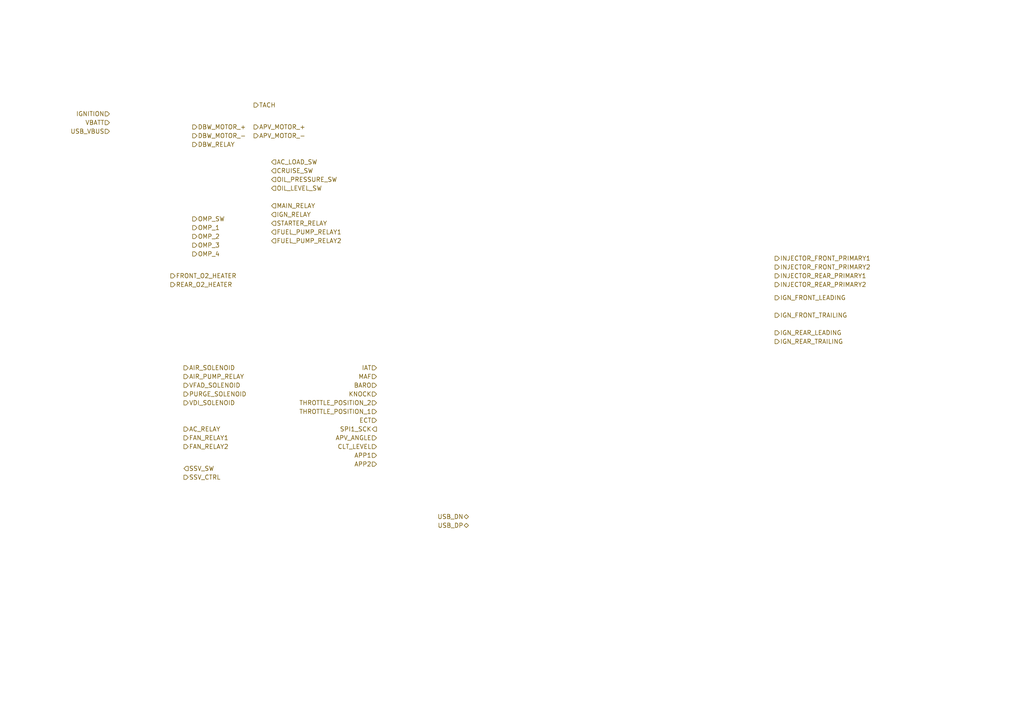
<source format=kicad_sch>
(kicad_sch (version 20211123) (generator eeschema)
  (paper "A4")
  (lib_symbols)
  (hierarchical_label "THROTTLE_POSITION_1" (shape input) (at 109.22 119.38 180))
  (hierarchical_label "OMP_2" (shape output) (at 55.88 68.58 0))
  (hierarchical_label "OMP_SW" (shape output) (at 55.88 63.5 0))
  (hierarchical_label "IGN_REAR_LEADING" (shape output) (at 224.79 96.52 0))
  (hierarchical_label "INJECTOR_FRONT_PRIMARY2" (shape output) (at 224.79 77.47 0))
  (hierarchical_label "SSV_SW" (shape input) (at 53.34 135.89 0))
  (hierarchical_label "AIR_SOLENOID" (shape output) (at 53.34 106.68 0))
  (hierarchical_label "USB_DN" (shape bidirectional) (at 135.89 149.86 180))
  (hierarchical_label "VDI_SOLENOID" (shape output) (at 53.34 116.84 0))
  (hierarchical_label "FAN_RELAY2" (shape output) (at 53.34 129.54 0))
  (hierarchical_label "TACH" (shape output) (at 73.66 30.48 0))
  (hierarchical_label "CLT_LEVEL" (shape input) (at 109.22 129.54 180))
  (hierarchical_label "FUEL_PUMP_RELAY2" (shape input) (at 78.74 69.85 0))
  (hierarchical_label "CRUISE_SW" (shape input) (at 78.74 49.53 0))
  (hierarchical_label "IAT" (shape input) (at 109.22 106.68 180))
  (hierarchical_label "INJECTOR_FRONT_PRIMARY1" (shape output) (at 224.79 74.93 0))
  (hierarchical_label "PURGE_SOLENOID" (shape output) (at 53.34 114.3 0))
  (hierarchical_label "OMP_1" (shape output) (at 55.88 66.04 0))
  (hierarchical_label "OIL_PRESSURE_SW" (shape input) (at 78.74 52.07 0))
  (hierarchical_label "MAIN_RELAY" (shape input) (at 78.74 59.69 0))
  (hierarchical_label "SPI1_SCK" (shape output) (at 109.22 124.46 180))
  (hierarchical_label "DBW_MOTOR_-" (shape output) (at 55.88 39.37 0))
  (hierarchical_label "DBW_RELAY" (shape output) (at 55.88 41.91 0))
  (hierarchical_label "FUEL_PUMP_RELAY1" (shape input) (at 78.74 67.31 0))
  (hierarchical_label "AIR_PUMP_RELAY" (shape output) (at 53.34 109.22 0))
  (hierarchical_label "OMP_4" (shape output) (at 55.88 73.66 0))
  (hierarchical_label "APV_ANGLE" (shape input) (at 109.22 127 180))
  (hierarchical_label "IGNITION" (shape input) (at 31.75 33.02 180))
  (hierarchical_label "APP1" (shape input) (at 109.22 132.08 180))
  (hierarchical_label "STARTER_RELAY" (shape input) (at 78.74 64.77 0))
  (hierarchical_label "IGN_FRONT_TRAILING" (shape output) (at 224.79 91.44 0))
  (hierarchical_label "APV_MOTOR_+" (shape output) (at 73.66 36.83 0))
  (hierarchical_label "VFAD_SOLENOID" (shape output) (at 53.34 111.76 0))
  (hierarchical_label "REAR_O2_HEATER" (shape output) (at 49.53 82.55 0))
  (hierarchical_label "IGN_REAR_TRAILING" (shape output) (at 224.79 99.06 0))
  (hierarchical_label "SSV_CTRL" (shape output) (at 53.34 138.43 0))
  (hierarchical_label "USB_VBUS" (shape input) (at 31.75 38.1 180))
  (hierarchical_label "KNOCK" (shape input) (at 109.22 114.3 180))
  (hierarchical_label "IGN_FRONT_LEADING" (shape output) (at 224.79 86.36 0))
  (hierarchical_label "MAF" (shape input) (at 109.22 109.22 180))
  (hierarchical_label "INJECTOR_REAR_PRIMARY1" (shape output) (at 224.79 80.01 0))
  (hierarchical_label "AC_LOAD_SW" (shape input) (at 78.74 46.99 0))
  (hierarchical_label "FAN_RELAY1" (shape output) (at 53.34 127 0))
  (hierarchical_label "APV_MOTOR_-" (shape output) (at 73.66 39.37 0))
  (hierarchical_label "APP2" (shape input) (at 109.22 134.62 180))
  (hierarchical_label "OMP_3" (shape output) (at 55.88 71.12 0))
  (hierarchical_label "IGN_RELAY" (shape input) (at 78.74 62.23 0))
  (hierarchical_label "ECT" (shape input) (at 109.22 121.92 180))
  (hierarchical_label "USB_DP" (shape bidirectional) (at 135.89 152.4 180))
  (hierarchical_label "FRONT_O2_HEATER" (shape output) (at 49.53 80.01 0))
  (hierarchical_label "INJECTOR_REAR_PRIMARY2" (shape output) (at 224.79 82.55 0))
  (hierarchical_label "VBATT" (shape input) (at 31.75 35.56 180))
  (hierarchical_label "THROTTLE_POSITION_2" (shape input) (at 109.22 116.84 180))
  (hierarchical_label "AC_RELAY" (shape output) (at 53.34 124.46 0))
  (hierarchical_label "DBW_MOTOR_+" (shape output) (at 55.88 36.83 0))
  (hierarchical_label "BARO" (shape input) (at 109.22 111.76 180))
  (hierarchical_label "OIL_LEVEL_SW" (shape input) (at 78.74 54.61 0))
)
</source>
